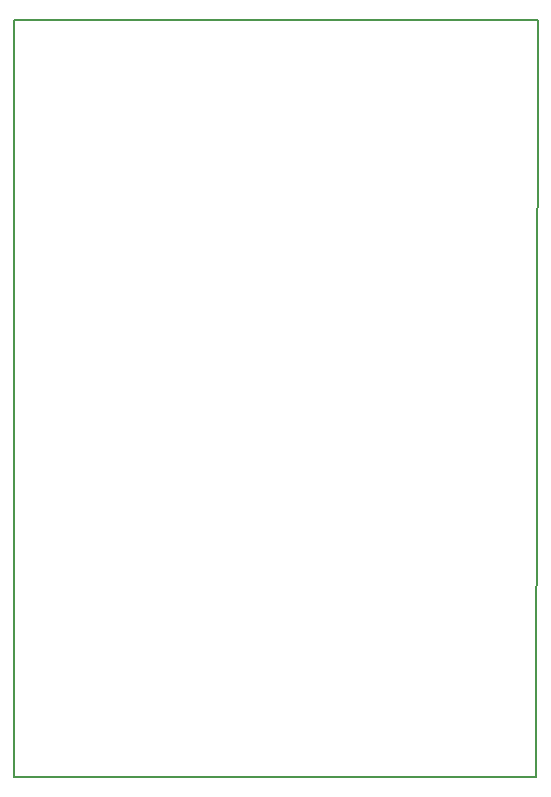
<source format=gbr>
G04 #@! TF.GenerationSoftware,KiCad,Pcbnew,(5.0.0)*
G04 #@! TF.CreationDate,2018-08-28T03:14:06+03:00*
G04 #@! TF.ProjectId,LNA_PCB,4C4E415F5043422E6B696361645F7063,rev?*
G04 #@! TF.SameCoordinates,Original*
G04 #@! TF.FileFunction,Profile,NP*
%FSLAX46Y46*%
G04 Gerber Fmt 4.6, Leading zero omitted, Abs format (unit mm)*
G04 Created by KiCad (PCBNEW (5.0.0)) date 08/28/18 03:14:06*
%MOMM*%
%LPD*%
G01*
G04 APERTURE LIST*
%ADD10C,0.150000*%
G04 APERTURE END LIST*
D10*
X128016000Y-127508000D02*
X128016000Y-63373000D01*
X172212000Y-127508000D02*
X128016000Y-127508000D01*
X172339000Y-63373000D02*
X172212000Y-127508000D01*
X128016000Y-63373000D02*
X172339000Y-63373000D01*
M02*

</source>
